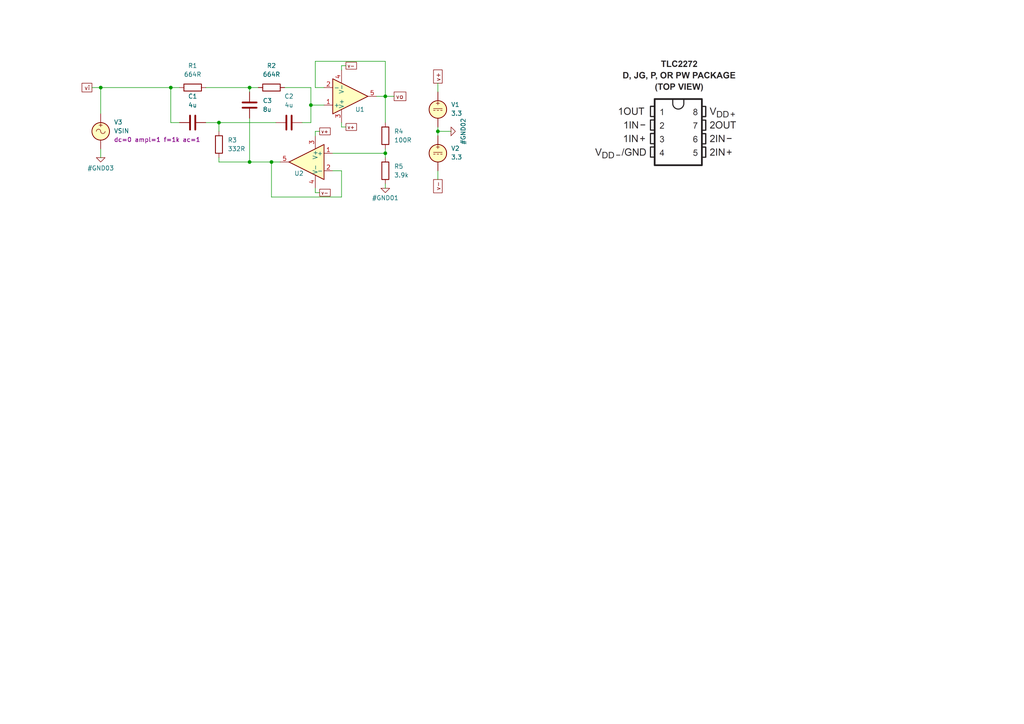
<source format=kicad_sch>
(kicad_sch (version 20250114) (generator "eeschema") (generator_version "9.0")
  (paper "A4")
  (lib_symbols
    (symbol "Device:C" (pin_numbers (hide yes)) (pin_names (offset 0.254))
      (property "Reference" "C" (at 0.635 2.54 0))
      (property "Value" "C" (at 0.635 -2.54 0))
      (symbol "C_0_1"
        (polyline (pts (xy -2.032 0.762) (xy 2.032 0.762)) (stroke (width 0.508)))
        (polyline (pts (xy -2.032 -0.762) (xy 2.032 -0.762)) (stroke (width 0.508)))
      )
      (symbol "C_1_1"
        (pin passive line (at 0 3.81 270) (length 2.794) (name "~") (number "1"))
        (pin passive line (at 0 -3.81 90) (length 2.794) (name "~") (number "2"))
      )
    )
    (symbol "Device:R" (pin_numbers (hide yes)) (pin_names (offset 0))
      (property "Reference" "R" (at 2.032 0 90))
      (property "Value" "R" (at 0 0 90))
      (symbol "R_0_1"
        (rectangle (start -1.016 -2.54) (end 1.016 2.54) (stroke (width 0.254)))
      )
      (symbol "R_1_1"
        (pin passive line (at 0 3.81 270) (length 1.27) (name "~") (number "1"))
        (pin passive line (at 0 -3.81 90) (length 1.27) (name "~") (number "2"))
      )
    )
    (symbol "Simulation_SPICE:0" (power) (pin_numbers (hide yes)) (pin_names (offset 0) (hide yes))
      (property "Value" "0" (at 0 -2.54 0))
      (symbol "0_0_1"
        (polyline (pts (xy -1.27 0) (xy 0 -1.27) (xy 1.27 0) (xy -1.27 0)))
      )
      (symbol "0_1_1"
        (pin power_in line (at 0 0 0) (length 0) (name "~") (number "1"))
      )
    )
    (symbol "Simulation_SPICE:OPAMP" (pin_names (offset 0.254))
      (property "Reference" "U" (at 3.81 3.175 0))
      (property "Value" "${SIM.PARAMS}" (at 3.81 -3.175 0))
      (symbol "OPAMP_0_1"
        (polyline (pts (xy 5.08 0) (xy -5.08 5.08) (xy -5.08 -5.08) (xy 5.08 0)) (stroke (width 0.254)) (fill (type background)))
      )
      (symbol "OPAMP_1_1"
        (pin input line (at -7.62 2.54 0) (length 2.54) (name "+") (number "1"))
        (pin input line (at -7.62 -2.54 0) (length 2.54) (name "-") (number "2"))
        (pin power_in line (at -2.54 7.62 270) (length 3.81) (name "V+") (number "3"))
        (pin power_in line (at -2.54 -7.62 90) (length 3.81) (name "V-") (number "4"))
        (pin output line (at 7.62 0 180) (length 2.54) (name "~") (number "5"))
      )
    )
    (symbol "Simulation_SPICE:VDC" (pin_numbers (hide yes)) (pin_names (offset 0.0254))
      (property "Reference" "V" (at 2.54 2.54 0))
      (property "Value" "1" (at 2.54 0 0))
      (symbol "VDC_0_0"
        (polyline (pts (xy -1.27 0.254) (xy 1.27 0.254)))
        (polyline (pts (xy -0.762 -0.254) (xy -1.27 -0.254)))
        (polyline (pts (xy 0.254 -0.254) (xy -0.254 -0.254)))
        (polyline (pts (xy 1.27 -0.254) (xy 0.762 -0.254)))
        (text "+" (at 0 1.905 0) (effects (font (size 1.27 1.27))))
      )
      (symbol "VDC_0_1"
        (circle (center 0 0) (radius 2.54) (stroke (width 0.254)) (fill (type background)))
      )
      (symbol "VDC_1_1"
        (pin passive line (at 0 5.08 270) (length 2.54) (name "~") (number "1"))
        (pin passive line (at 0 -5.08 90) (length 2.54) (name "~") (number "2"))
      )
    )
    (symbol "Simulation_SPICE:VSIN" (pin_numbers (hide yes)) (pin_names (offset 0.0254))
      (property "Reference" "V" (at 2.54 2.54 0))
      (property "Value" "VSIN" (at 2.54 0 0))
      (property "Sim.Params" "dc=0 ampl=1 f=1k ac=1" (at 2.54 -2.54 0))
      (symbol "VSIN_0_0"
        (arc (start -1.27 0) (mid -0.635 0.6323) (end 0 0))
        (arc (start 1.27 0) (mid 0.635 -0.6323) (end 0 0))
        (text "+" (at 0 1.905 0) (effects (font (size 1.27 1.27))))
      )
      (symbol "VSIN_0_1"
        (circle (center 0 0) (radius 2.54) (stroke (width 0.254)) (fill (type background)))
      )
      (symbol "VSIN_1_1"
        (pin passive line (at 0 5.08 270) (length 2.54) (name "~") (number "1"))
        (pin passive line (at 0 -5.08 90) (length 2.54) (name "~") (number "2"))
      )
    )
  )
  (junction (at 111.76 44.45))
  (junction (at 127 38.1))
  (junction (at 111.76 27.94))
  (junction (at 72.39 46.99))
  (junction (at 78.74 46.99))
  (junction (at 63.5 35.56))
  (junction (at 72.39 25.4))
  (junction (at 49.53 25.4))
  (junction (at 29.21 25.4))
  (junction (at 90.17 30.48))
  (wire (pts (xy 72.39 25.4) (xy 72.39 26.67)))
  (wire (pts (xy 99.06 49.53) (xy 96.52 49.53)))
  (wire (pts (xy 26.67 25.4) (xy 29.21 25.4)))
  (wire (pts (xy 91.44 25.4) (xy 91.44 17.78)))
  (wire (pts (xy 93.98 25.4) (xy 91.44 25.4)))
  (wire (pts (xy 91.44 54.61) (xy 91.44 55.88)))
  (wire (pts (xy 111.76 53.34) (xy 111.76 54.61)))
  (wire (pts (xy 111.76 43.18) (xy 111.76 44.45)))
  (wire (pts (xy 78.74 57.15) (xy 99.06 57.15)))
  (wire (pts (xy 99.06 35.56) (xy 99.06 36.83)))
  (wire (pts (xy 72.39 25.4) (xy 74.93 25.4)))
  (wire (pts (xy 111.76 17.78) (xy 111.76 27.94)))
  (wire (pts (xy 90.17 30.48) (xy 93.98 30.48)))
  (wire (pts (xy 63.5 35.56) (xy 80.01 35.56)))
  (wire (pts (xy 127 38.1) (xy 130.81 38.1)))
  (wire (pts (xy 111.76 44.45) (xy 111.76 45.72)))
  (wire (pts (xy 127 24.13) (xy 127 26.67)))
  (wire (pts (xy 127 38.1) (xy 127 39.37)))
  (wire (pts (xy 72.39 46.99) (xy 78.74 46.99)))
  (wire (pts (xy 81.28 46.99) (xy 78.74 46.99)))
  (wire (pts (xy 90.17 25.4) (xy 82.55 25.4)))
  (wire (pts (xy 63.5 45.72) (xy 63.5 46.99)))
  (wire (pts (xy 127 36.83) (xy 127 38.1)))
  (wire (pts (xy 96.52 44.45) (xy 111.76 44.45)))
  (wire (pts (xy 91.44 17.78) (xy 111.76 17.78)))
  (wire (pts (xy 59.69 25.4) (xy 72.39 25.4)))
  (wire (pts (xy 29.21 25.4) (xy 29.21 33.02)))
  (wire (pts (xy 99.06 57.15) (xy 99.06 49.53)))
  (wire (pts (xy 72.39 34.29) (xy 72.39 46.99)))
  (wire (pts (xy 90.17 35.56) (xy 90.17 30.48)))
  (wire (pts (xy 63.5 46.99) (xy 72.39 46.99)))
  (wire (pts (xy 49.53 25.4) (xy 49.53 35.56)))
  (wire (pts (xy 59.69 35.56) (xy 63.5 35.56)))
  (wire (pts (xy 111.76 27.94) (xy 111.76 35.56)))
  (wire (pts (xy 91.44 55.88) (xy 92.71 55.88)))
  (wire (pts (xy 111.76 27.94) (xy 109.22 27.94)))
  (wire (pts (xy 111.76 27.94) (xy 114.3 27.94)))
  (wire (pts (xy 91.44 39.37) (xy 91.44 38.1)))
  (wire (pts (xy 91.44 38.1) (xy 92.71 38.1)))
  (wire (pts (xy 87.63 35.56) (xy 90.17 35.56)))
  (wire (pts (xy 49.53 35.56) (xy 52.07 35.56)))
  (wire (pts (xy 29.21 25.4) (xy 49.53 25.4)))
  (wire (pts (xy 99.06 19.05) (xy 100.33 19.05)))
  (wire (pts (xy 29.21 43.18) (xy 29.21 45.72)))
  (wire (pts (xy 99.06 36.83) (xy 100.33 36.83)))
  (wire (pts (xy 99.06 20.32) (xy 99.06 19.05)))
  (wire (pts (xy 78.74 46.99) (xy 78.74 57.15)))
  (wire (pts (xy 63.5 35.56) (xy 63.5 38.1)))
  (wire (pts (xy 52.07 25.4) (xy 49.53 25.4)))
  (wire (pts (xy 127 49.53) (xy 127 52.07)))
  (wire (pts (xy 90.17 30.48) (xy 90.17 25.4)))
  (image (at 193.04 33.02) (scale 0.196301))
  (global_label "v-" (shape passive) (at 92.71 55.88 0) (effects (font (size 1.016 1.016))) (property "Intersheetrefs" "${INTERSHEET_REFS}" (effects (hide yes))))
  (global_label "vi" (shape passive) (at 26.67 25.4 180) (property "Intersheetrefs" "${INTERSHEET_REFS}" (effects (hide yes))))
  (global_label "vo" (shape passive) (at 114.3 27.94 0) (property "Intersheetrefs" "${INTERSHEET_REFS}" (effects (hide yes))))
  (global_label "v-" (shape passive) (at 127 52.07 270) (property "Intersheetrefs" "${INTERSHEET_REFS}" (effects (hide yes))))
  (global_label "v+" (shape passive) (at 127 24.13 90) (property "Intersheetrefs" "${INTERSHEET_REFS}" (effects (hide yes))))
  (global_label "v+" (shape passive) (at 92.71 38.1 0) (effects (font (size 1.016 1.016))) (property "Intersheetrefs" "${INTERSHEET_REFS}" (effects (hide yes))))
  (global_label "v+" (shape passive) (at 100.33 36.83 0) (effects (font (size 1.016 1.016))) (property "Intersheetrefs" "${INTERSHEET_REFS}" (effects (hide yes))))
  (global_label "v-" (shape passive) (at 100.33 19.05 0) (effects (font (size 1.016 1.016))) (property "Intersheetrefs" "${INTERSHEET_REFS}" (effects (hide yes))))
  (symbol (lib_id "Simulation_SPICE:VSIN") (at 29.21 38.1 0) (unit 1)
    (property "Reference" "V3" (at 33.02 35.4301 0) (effects (justify left)))
    (property "Value" "VSIN" (at 33.02 37.9701 0) (effects (justify left)))
    (property "Datasheet" "https://ngspice.sourceforge.io/docs/ngspice-html-manual/manual.xhtml#sec_Independent_Sources_for" (effects (hide yes)))
    (property "Description" "Voltage source, sinusoidal" (effects (hide yes)))
    (property "Sim.Pins" "1=+ 2=-" (effects (hide yes)))
    (property "Sim.Params" "dc=0 ampl=1 f=1k ac=1" (at 33.02 40.5101 0) (effects (justify left)))
    (property "Sim.Type" "SIN" (effects (hide yes)))
    (property "Sim.Device" "V" (effects (hide yes)))
  )
  (symbol (lib_id "Simulation_SPICE:VDC") (at 127 31.75 0) (unit 1)
    (property "Reference" "V1" (at 130.81 30.3501 0) (effects (justify left)))
    (property "Value" "3.3" (at 130.81 32.8901 0) (effects (justify left)))
    (property "Datasheet" "https://ngspice.sourceforge.io/docs/ngspice-html-manual/manual.xhtml#sec_Independent_Sources_for" (effects (hide yes)))
    (property "Description" "Voltage source, DC" (effects (hide yes)))
    (property "Sim.Pins" "1=+ 2=-" (effects (hide yes)))
    (property "Sim.Type" "DC" (effects (hide yes)))
    (property "Sim.Device" "V" (effects (hide yes)))
  )
  (symbol (lib_id "Device:R") (at 111.76 49.53 180) (unit 1)
    (property "Reference" "R5" (at 114.3 48.2599 0) (effects (justify right)))
    (property "Value" "3.9k" (at 114.3 50.7999 0) (effects (justify right)))
    (property "Description" "Resistor" (effects (hide yes)))
  )
  (symbol (lib_id "Simulation_SPICE:0") (at 111.76 54.61 0) (unit 1)
    (property "Reference" "#GND01" (at 111.76 57.404 0))
    (property "Value" "0" (effects (hide yes)))
    (property "Datasheet" "https://ngspice.sourceforge.io/docs/ngspice-html-manual/manual.xhtml#subsec_Circuit_elements__device" (effects (hide yes)))
    (property "Description" "0V reference potential for simulation" (effects (hide yes)))
  )
  (symbol (lib_id "Device:C") (at 83.82 35.56 90) (unit 1)
    (property "Reference" "C2" (at 83.82 27.94 90))
    (property "Value" "4u" (at 83.82 30.48 90))
    (property "Description" "Unpolarized capacitor" (effects (hide yes)))
  )
  (symbol (lib_id "Device:R") (at 111.76 39.37 180) (unit 1)
    (property "Reference" "R4" (at 114.3 38.0999 0) (effects (justify right)))
    (property "Value" "100R" (at 114.3 40.6399 0) (effects (justify right)))
    (property "Description" "Resistor" (effects (hide yes)))
  )
  (symbol (lib_id "Device:C") (at 72.39 30.48 180) (unit 1)
    (property "Reference" "C3" (at 76.2 29.2099 0) (effects (justify right)))
    (property "Value" "8u" (at 76.2 31.7499 0) (effects (justify right)))
    (property "Description" "Unpolarized capacitor" (effects (hide yes)))
  )
  (symbol (lib_id "Simulation_SPICE:OPAMP") (at 88.9 46.99 0) (mirror y) (unit 1)
    (property "Reference" "U2" (at 85.344 50.292 0) (effects (justify right)))
    (property "Value" "${SIM.PARAMS}" (at 94.5581 53.34 0) (effects (justify right)))
    (property "Datasheet" "https://ngspice.sourceforge.io/docs/ngspice-html-manual/manual.xhtml#sec__SUBCKT_Subcircuits" (effects (hide yes)))
    (property "Description" "Operational amplifier, single" (effects (hide yes)))
    (property "Sim.Pins" "1=in+ 2=in- 3=vcc 4=vee 5=out" (effects (hide yes)))
    (property "Sim.Device" "SUBCKT" (effects (hide yes)))
    (property "Sim.Library" "${KICAD8_SYMBOL_DIR}/Simulation_SPICE.sp" (effects (hide yes)))
    (property "Sim.Name" "kicad_builtin_opamp" (effects (hide yes)))
  )
  (symbol (lib_id "Simulation_SPICE:VDC") (at 127 44.45 0) (unit 1)
    (property "Reference" "V2" (at 130.81 43.0501 0) (effects (justify left)))
    (property "Value" "3.3" (at 130.81 45.5901 0) (effects (justify left)))
    (property "Datasheet" "https://ngspice.sourceforge.io/docs/ngspice-html-manual/manual.xhtml#sec_Independent_Sources_for" (effects (hide yes)))
    (property "Description" "Voltage source, DC" (effects (hide yes)))
    (property "Sim.Pins" "1=+ 2=-" (effects (hide yes)))
    (property "Sim.Type" "DC" (effects (hide yes)))
    (property "Sim.Device" "V" (effects (hide yes)))
  )
  (symbol (lib_id "Device:C") (at 55.88 35.56 90) (unit 1)
    (property "Reference" "C1" (at 55.88 27.94 90))
    (property "Value" "4u" (at 55.88 30.48 90))
    (property "Description" "Unpolarized capacitor" (effects (hide yes)))
  )
  (symbol (lib_id "Simulation_SPICE:0") (at 130.81 38.1 90) (unit 1)
    (property "Reference" "#GND02" (at 134.366 38.1 0))
    (property "Value" "0" (effects (hide yes)))
    (property "Datasheet" "https://ngspice.sourceforge.io/docs/ngspice-html-manual/manual.xhtml#subsec_Circuit_elements__device" (effects (hide yes)))
    (property "Description" "0V reference potential for simulation" (effects (hide yes)))
  )
  (symbol (lib_id "Device:R") (at 55.88 25.4 90) (unit 1)
    (property "Reference" "R1" (at 55.88 19.05 90))
    (property "Value" "664R" (at 55.88 21.59 90))
    (property "Description" "Resistor" (effects (hide yes)))
  )
  (symbol (lib_id "Device:R") (at 78.74 25.4 90) (unit 1)
    (property "Reference" "R2" (at 78.74 19.05 90))
    (property "Value" "664R" (at 78.74 21.59 90))
    (property "Description" "Resistor" (effects (hide yes)))
  )
  (symbol (lib_id "Simulation_SPICE:0") (at 29.21 45.72 0) (unit 1)
    (property "Reference" "#GND03" (at 29.21 48.768 0))
    (property "Value" "0" (effects (hide yes)))
    (property "Datasheet" "https://ngspice.sourceforge.io/docs/ngspice-html-manual/manual.xhtml#subsec_Circuit_elements__device" (effects (hide yes)))
    (property "Description" "0V reference potential for simulation" (effects (hide yes)))
  )
  (symbol (lib_id "Device:R") (at 63.5 41.91 180) (unit 1)
    (property "Reference" "R3" (at 66.04 40.6399 0) (effects (justify right)))
    (property "Value" "332R" (at 66.04 43.1799 0) (effects (justify right)))
    (property "Description" "Resistor" (effects (hide yes)))
  )
  (symbol (lib_id "Simulation_SPICE:OPAMP") (at 101.6 27.94 0) (mirror x) (unit 1)
    (property "Reference" "U1" (at 104.394 31.75 0))
    (property "Value" "${SIM.PARAMS}" (at 109.22 31.1851 0))
    (property "Datasheet" "https://ngspice.sourceforge.io/docs/ngspice-html-manual/manual.xhtml#sec__SUBCKT_Subcircuits" (effects (hide yes)))
    (property "Description" "Operational amplifier, single" (effects (hide yes)))
    (property "Sim.Pins" "1=in+ 2=in- 3=vcc 4=vee 5=out" (effects (hide yes)))
    (property "Sim.Device" "SUBCKT" (effects (hide yes)))
    (property "Sim.Library" "${KICAD8_SYMBOL_DIR}/Simulation_SPICE.sp" (effects (hide yes)))
    (property "Sim.Name" "kicad_builtin_opamp" (effects (hide yes)))
  )
)
</source>
